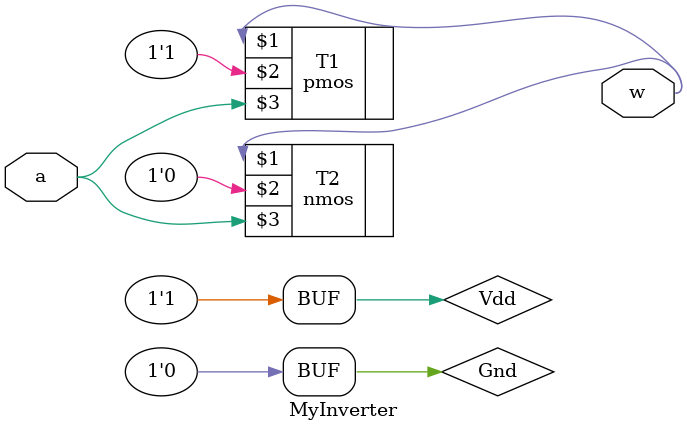
<source format=v>
`timescale 1ns/1ns
module MyInverter (input a,output w);
	supply1 Vdd;
	supply0 Gnd;
	pmos #(5,6,7) T1(w,Vdd,a);
	nmos #(3,4,5) T2(w,Gnd,a);
endmodule
</source>
